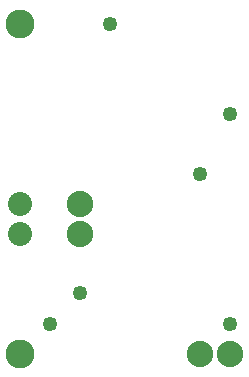
<source format=gbs>
G04 MADE WITH FRITZING*
G04 WWW.FRITZING.ORG*
G04 DOUBLE SIDED*
G04 HOLES PLATED*
G04 CONTOUR ON CENTER OF CONTOUR VECTOR*
%ASAXBY*%
%FSLAX23Y23*%
%MOIN*%
%OFA0B0*%
%SFA1.0B1.0*%
%ADD10C,0.080000*%
%ADD11C,0.088000*%
%ADD12C,0.049370*%
%ADD13C,0.096614*%
%LNMASK0*%
G90*
G70*
G54D10*
X120Y623D03*
X120Y523D03*
G54D11*
X720Y123D03*
X820Y123D03*
X320Y623D03*
X320Y523D03*
G54D12*
X820Y223D03*
X220Y223D03*
X420Y1223D03*
X820Y923D03*
X720Y723D03*
G54D13*
X120Y123D03*
X120Y1223D03*
G54D12*
X320Y324D03*
G04 End of Mask0*
M02*
</source>
